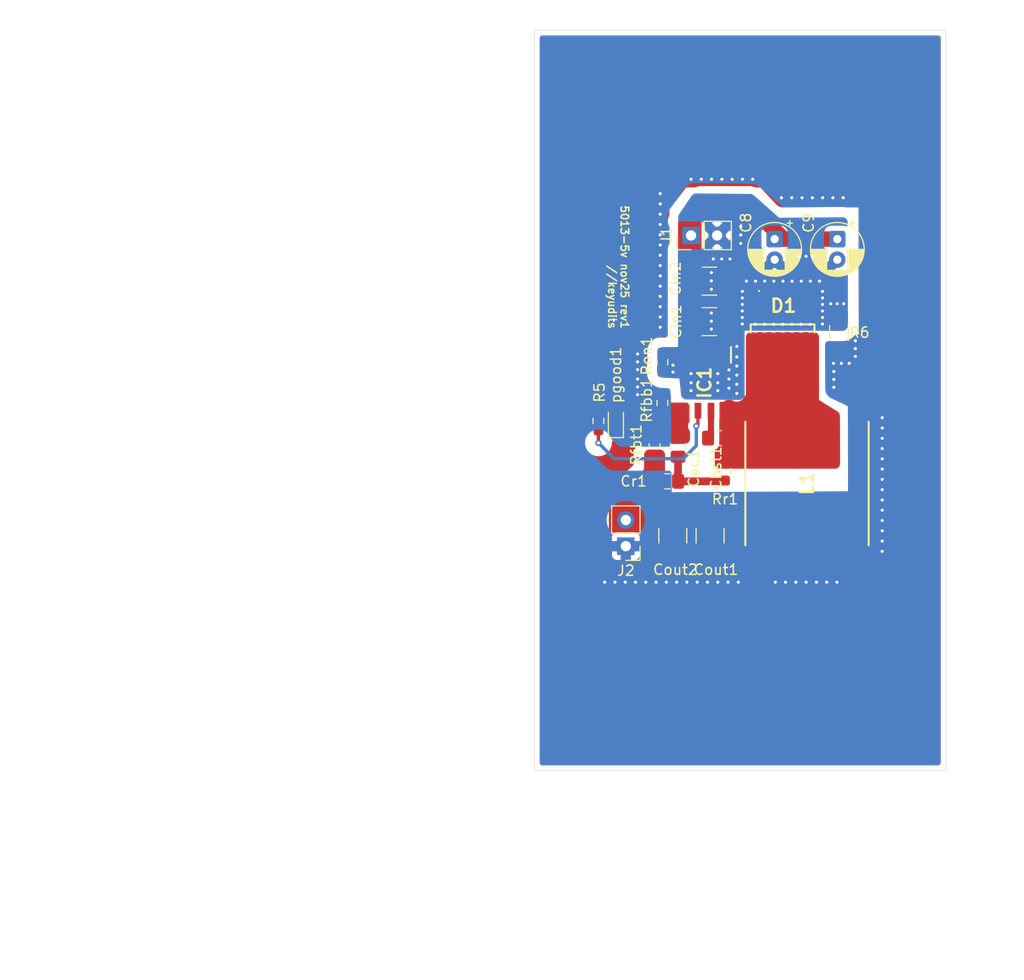
<source format=kicad_pcb>
(kicad_pcb (version 20241229) (generator "pcbnew") (generator_version "9.0")
  (layers (0 "F.Cu" signal) (2 "B.Cu" signal) (13 "F.Paste" user) (15 "B.Paste" user) (5 "F.SilkS" user "F.Silkscreen") (7 "B.SilkS" user "B.Silkscreen") (1 "F.Mask" user) (3 "B.Mask" user) (25 "Edge.Cuts" user))
  (net 0 "")
  (net 1 "Net-(Cac1-Pad1)")
  (net 2 "Net-(IC1-BST)")
  (net 3 "/Vin")
  (net 4 "/Vout")
  (net 5 "Net-(IC1-RON)")
  (net 6 "GND")
  (net 7 "Net-(IC1-PGOOD)")
  (net 8 "Net-(pgood1-A)")
  (net 9 "/sw")
  (net 10 "/fb")
  (net 11 "GND1")
  (footprint "kyuditsky_kicad:SOIC127P600X170-9N" (layer "F.Cu") (at 130.519 96.0875 -90)
    (property "Reference" "IC1" (at 0 0 90) (layer "F.SilkS") (effects (font (size 1.27 1.27) (thickness 0.254))))
    (property "Value" "LM5013DDAR" (hide yes))
    (pad "1" smd rect (at -2.712 -1.905) (size 0.65 1.525) (layers "F.Cu" "F.Mask" "F.Paste") (net 11 "GND1"))
    (pad "2" smd rect (at -2.712 -0.635) (size 0.65 1.525) (layers "F.Cu" "F.Mask" "F.Paste") (net 3 "/Vin"))
    (pad "3" smd rect (at -2.712 0.635) (size 0.65 1.525) (layers "F.Cu" "F.Mask" "F.Paste") (net 3 "/Vin"))
    (pad "4" smd rect (at -2.712 1.905) (size 0.65 1.525) (layers "F.Cu" "F.Mask" "F.Paste") (net 5 "Net-(IC1-RON)"))
    (pad "5" smd rect (at 2.712 1.905) (size 0.65 1.525) (layers "F.Cu" "F.Mask" "F.Paste") (net 10 "/fb"))
    (pad "6" smd rect (at 2.712 0.635) (size 0.65 1.525) (layers "F.Cu" "F.Mask" "F.Paste") (net 7 "Net-(IC1-PGOOD)"))
    (pad "7" smd rect (at 2.712 -0.635) (size 0.65 1.525) (layers "F.Cu" "F.Mask" "F.Paste") (net 2 "Net-(IC1-BST)"))
    (pad "8" smd rect (at 2.712 -1.905) (size 0.65 1.525) (layers "F.Cu" "F.Mask" "F.Paste") (net 9 "/sw"))
    (pad "9" smd rect (at 0 0 270) (size 2.71 3.4) (layers "F.Cu" "F.Mask" "F.Paste") (net 11 "GND1"))
  )
  (footprint "Resistor_SMD:R_0603_1608Metric_Pad0.98x0.95mm_HandSolder" (layer "F.Cu") (at 126.423 94.0875 -90)
    (property "Reference" "Ron1" (at -0.608 1.524 270) (layer "F.SilkS"))
    (property "Value" "41.2kOhm")
    (pad "1" smd roundrect (at -0.9125 0 270) (size 0.975 0.95) (layers "F.Cu" "F.Mask" "F.Paste") (net 5 "Net-(IC1-RON)"))
    (pad "2" smd roundrect (at 0.9125 0 270) (size 0.975 0.95) (layers "F.Cu" "F.Mask" "F.Paste") (net 11 "GND1"))
  )
  (footprint "Capacitor_SMD:C_1210_3225Metric_Pad1.33x2.70mm_HandSolder" (layer "F.Cu") (at 131.065 110.9675 -90)
    (property "Reference" "Cout1" (at 3.302 -0.576 0) (layer "F.SilkS"))
    (property "Value" "22uF")
    (pad "1" smd roundrect (at -1.5625 0 270) (size 1.325 2.7) (layers "F.Cu" "F.Mask" "F.Paste") (roundrect_rratio 0.188679) (net 4 "/Vout"))
    (pad "2" smd roundrect (at 1.5625 0 270) (size 1.325 2.7) (layers "F.Cu" "F.Mask" "F.Paste") (roundrect_rratio 0.188679) (net 6 "GND"))
  )
  (footprint "Resistor_SMD:R_0603_1608Metric_Pad0.98x0.95mm_HandSolder" (layer "F.Cu") (at 132.519 104.6875 -90)
    (property "Reference" "Rr1" (at 2.724 0 180) (layer "F.SilkS"))
    (property "Value" "154kOhm")
    (pad "1" smd roundrect (at -0.9125 0 270) (size 0.975 0.95) (layers "F.Cu" "F.Mask" "F.Paste") (net 9 "/sw"))
    (pad "2" smd roundrect (at 0.9125 0 270) (size 0.975 0.95) (layers "F.Cu" "F.Mask" "F.Paste") (net 1 "Net-(Cac1-Pad1)"))
  )
  (footprint "LED_SMD:LED_0603_1608Metric_Pad1.05x0.95mm_HandSolder" (layer "F.Cu") (at 121.9018 99.7625 90)
    (property "Reference" "pgood1" (at 4.431 0 90) (layer "F.SilkS"))
    (property "Value" "LED")
    (pad "1" smd roundrect (at -0.875 0 90) (size 1.05 0.95) (layers "F.Cu" "F.Mask" "F.Paste") (net 6 "GND"))
    (pad "2" smd roundrect (at 0.875 0 90) (size 1.05 0.95) (layers "F.Cu" "F.Mask" "F.Paste") (net 8 "Net-(pgood1-A)"))
  )
  (footprint "Capacitor_THT:CP_Radial_D5.0mm_P2.00mm" (layer "F.Cu") (at 143.441 82.110388 -90)
    (property "Reference" "C9" (at -1.584888 2.794 90) (layer "F.SilkS"))
    (property "Value" "C_Polarized")
    (pad "1" thru_hole roundrect (at 0 0 270) (size 1.6 1.6) (drill 0.8) (layers "*.Cu" "*.Mask") (roundrect_rratio 0.15625) (net 3 "/Vin"))
    (pad "2" thru_hole circle (at 2 0 270) (size 1.6 1.6) (drill 0.8) (layers "*.Cu" "*.Mask") (net 11 "GND1") (thermal_bridge_width 1))
  )
  (footprint "Connector_PinHeader_2.54mm:PinHeader_1x02_P2.54mm_Vertical" (layer "F.Cu") (at 129.212 81.7575 90)
    (property "Reference" "J1" (at 0 -2.38 90) (layer "F.SilkS"))
    (property "Value" "Conn_01x02_Pin")
    (pad "1" thru_hole rect (at 0 0 90) (size 1.7 1.7) (drill 1) (layers "*.Cu" "*.Mask") (net 3 "/Vin"))
    (pad "2" thru_hole circle (at 0 2.54 90) (size 1.7 1.7) (drill 1) (layers "*.Cu" "*.Mask") (net 11 "GND1") (thermal_bridge_width 1))
  )
  (footprint "Connector_PinHeader_2.54mm:PinHeader_1x02_P2.54mm_Vertical" (layer "F.Cu") (at 122.867 111.9835 180)
    (property "Reference" "J2" (at 0 -2.38 0) (layer "F.SilkS"))
    (property "Value" "Conn_01x02_Pin")
    (pad "1" thru_hole rect (at 0 0 180) (size 1.7 1.7) (drill 1) (layers "*.Cu" "*.Mask") (net 6 "GND") (thermal_bridge_width 1))
    (pad "2" thru_hole circle (at 0 2.54 180) (size 1.7 1.7) (drill 1) (layers "*.Cu" "*.Mask") (net 4 "/Vout"))
  )
  (footprint "kyuditsky_kicad:TO-252-Ae-3" (layer "F.Cu") (at 138.119 92.8055 180)
    (property "Reference" "D1" (at -0.081 4.2055 0) (layer "F.SilkS") (effects (font (size 1.27 1.27) (thickness 0.254))))
    (property "Value" "D_Schottky" (hide yes))
    (pad "1" smd rect (at 0 -1.69) (size 5.97 6.1) (layers "F.Cu" "F.Mask" "F.Paste") (net 9 "/sw"))
    (pad "2" smd rect (at -2.29 4.175 180) (size 1.4 1.9) (layers "F.Cu" "F.Mask" "F.Paste") (net 11 "GND1"))
    (pad "2" smd rect (at 2.29 4.175 180) (size 1.4 1.9) (layers "F.Cu" "F.Mask" "F.Paste") (net 11 "GND1"))
  )
  (footprint "Capacitor_SMD:C_1210_3225Metric_Pad1.33x2.70mm_HandSolder" (layer "F.Cu") (at 130.995 90.1395)
    (property "Reference" "Cin1" (at -3.2395 0 90) (layer "F.SilkS"))
    (property "Value" "2.2u")
    (pad "1" smd roundrect (at -1.5625 0) (size 1.325 2.7) (layers "F.Cu" "F.Mask" "F.Paste") (roundrect_rratio 0.188679) (net 3 "/Vin"))
    (pad "2" smd roundrect (at 1.5625 0) (size 1.325 2.7) (layers "F.Cu" "F.Mask" "F.Paste") (roundrect_rratio 0.188679) (net 11 "GND1"))
  )
  (footprint "Resistor_SMD:R_1206_3216Metric_Pad1.30x1.75mm_HandSolder" (layer "F.Cu") (at 143.6 91.25 90)
    (property "Reference" "R6" (at 0.05 2 0) (layer "F.SilkS"))
    (property "Value" "0")
    (pad "1" smd roundrect (at -1.55 0 90) (size 1.3 1.75) (layers "F.Cu" "F.Mask" "F.Paste") (roundrect_rratio 0.192308) (net 6 "GND") (thermal_bridge_width 1.5))
    (pad "2" smd roundrect (at 1.55 0 90) (size 1.3 1.75) (layers "F.Cu" "F.Mask" "F.Paste") (roundrect_rratio 0.192308) (net 11 "GND1"))
  )
  (footprint "Capacitor_SMD:C_1210_3225Metric_Pad1.33x2.70mm_HandSolder" (layer "F.Cu") (at 127.439 110.9675 -90)
    (property "Reference" "Cout2" (at 3.302 -0.254 0) (layer "F.SilkS"))
    (property "Value" "22uF")
    (pad "1" smd roundrect (at -1.5625 0 270) (size 1.325 2.7) (layers "F.Cu" "F.Mask" "F.Paste") (roundrect_rratio 0.188679) (net 4 "/Vout"))
    (pad "2" smd roundrect (at 1.5625 0 270) (size 1.325 2.7) (layers "F.Cu" "F.Mask" "F.Paste") (roundrect_rratio 0.188679) (net 6 "GND"))
  )
  (footprint "Resistor_SMD:R_0603_1608Metric_Pad0.98x0.95mm_HandSolder" (layer "F.Cu") (at 126.423 98.0515 90)
    (property "Reference" "Rfbb1" (at 0.254 -1.524 270) (layer "F.SilkS"))
    (property "Value" "49.9kOhm")
    (pad "1" smd roundrect (at -0.9125 0 90) (size 0.975 0.95) (layers "F.Cu" "F.Mask" "F.Paste") (net 10 "/fb"))
    (pad "2" smd roundrect (at 0.9125 0 90) (size 0.975 0.95) (layers "F.Cu" "F.Mask" "F.Paste") (net 6 "GND") (thermal_bridge_width 2.5))
  )
  (footprint "Capacitor_SMD:C_1210_3225Metric_Pad1.33x2.70mm_HandSolder" (layer "F.Cu") (at 130.995 86.2025)
    (property "Reference" "Cin2" (at -3.302 -0.254 90) (layer "F.SilkS"))
    (property "Value" "2.2uF")
    (pad "1" smd roundrect (at -1.5625 0) (size 1.325 2.7) (layers "F.Cu" "F.Mask" "F.Paste") (roundrect_rratio 0.188679) (net 3 "/Vin"))
    (pad "2" smd roundrect (at 1.5625 0) (size 1.325 2.7) (layers "F.Cu" "F.Mask" "F.Paste") (roundrect_rratio 0.188679) (net 11 "GND1"))
  )
  (footprint "Capacitor_SMD:C_0805_2012Metric_Pad1.18x1.45mm_HandSolder" (layer "F.Cu") (at 126.9095 105.6715 180)
    (property "Reference" "Cr1" (at 3.2805 0 0) (layer "F.SilkS"))
    (property "Value" "3.3nF")
    (pad "1" smd roundrect (at -1.0375 0 180) (size 1.175 1.45) (layers "F.Cu" "F.Mask" "F.Paste") (roundrect_rratio 0.212766) (net 1 "Net-(Cac1-Pad1)"))
    (pad "2" smd roundrect (at 1.0375 0 180) (size 1.175 1.45) (layers "F.Cu" "F.Mask" "F.Paste") (roundrect_rratio 0.212766) (net 4 "/Vout"))
  )
  (footprint "Resistor_SMD:R_0603_1608Metric_Pad0.98x0.95mm_HandSolder" (layer "F.Cu") (at 125.661 102.266 90)
    (property "Reference" "Rfbt1" (at 0.1505 -1.778 270) (layer "F.SilkS"))
    (property "Value" "158kOhm")
    (pad "1" smd roundrect (at -0.9125 0 90) (size 0.975 0.95) (layers "F.Cu" "F.Mask" "F.Paste") (net 4 "/Vout"))
    (pad "2" smd roundrect (at 0.9125 0 90) (size 0.975 0.95) (layers "F.Cu" "F.Mask" "F.Paste") (net 10 "/fb"))
  )
  (footprint "Capacitor_SMD:C_0805_2012Metric_Pad1.18x1.45mm_HandSolder" (layer "F.Cu") (at 131.9094 101.4679 180)
    (property "Reference" "Cbst1" (at 0.254 -2.914 90) (layer "F.SilkS"))
    (property "Value" "2.2nF 50v X7R")
    (pad "1" smd roundrect (at -1.0375 0 180) (size 1.175 1.45) (layers "F.Cu" "F.Mask" "F.Paste") (roundrect_rratio 0.212766) (net 9 "/sw"))
    (pad "2" smd roundrect (at 1.0375 0 180) (size 1.175 1.45) (layers "F.Cu" "F.Mask" "F.Paste") (roundrect_rratio 0.212766) (net 2 "Net-(IC1-BST)"))
  )
  (footprint "kyuditsky_kicad:INDPM120120X1020N" (layer "F.Cu") (at 140.4946 105.8875 -90)
    (property "Reference" "L1" (at 0 0 90) (layer "F.SilkS") (effects (font (size 1.27 1.27) (thickness 0.254))))
    (property "Value" "22uH" (hide yes))
    (pad "1" smd rect (at -4.85 0 270) (size 3.65 5.1) (layers "F.Cu" "F.Mask" "F.Paste") (net 9 "/sw"))
    (pad "2" smd rect (at 4.85 0 270) (size 3.65 5.1) (layers "F.Cu" "F.Mask" "F.Paste") (net 4 "/Vout"))
  )
  (footprint "Resistor_SMD:R_0603_1608Metric_Pad0.98x0.95mm_HandSolder" (layer "F.Cu") (at 120.2 99.8 -90)
    (property "Reference" "R5" (at -2.7667 -0.1016 90) (layer "F.SilkS"))
    (property "Value" "2.2k")
    (pad "1" smd roundrect (at -0.9125 0 270) (size 0.975 0.95) (layers "F.Cu" "F.Mask" "F.Paste") (net 8 "Net-(pgood1-A)"))
    (pad "2" smd roundrect (at 0.9125 0 270) (size 0.975 0.95) (layers "F.Cu" "F.Mask" "F.Paste") (net 7 "Net-(IC1-PGOOD)"))
  )
  (footprint "Capacitor_SMD:C_0805_2012Metric_Pad1.18x1.45mm_HandSolder" (layer "F.Cu") (at 127.947 102.2425 90)
    (property "Reference" "Cac1" (at -2.159 1.524 270) (layer "F.SilkS"))
    (property "Value" "100pF")
    (pad "1" smd roundrect (at -1.0375 0 90) (size 1.175 1.45) (layers "F.Cu" "F.Mask" "F.Paste") (roundrect_rratio 0.212766) (net 1 "Net-(Cac1-Pad1)"))
    (pad "2" smd roundrect (at 1.0375 0 90) (size 1.175 1.45) (layers "F.Cu" "F.Mask" "F.Paste") (roundrect_rratio 0.212766) (net 10 "/fb"))
  )
  (footprint "Capacitor_THT:CP_Radial_D5.0mm_P2.00mm" (layer "F.Cu") (at 137.345 82.110387 -90)
    (property "Reference" "C8" (at -1.584887 2.794 90) (layer "F.SilkS"))
    (property "Value" "C_Polarized")
    (pad "1" thru_hole roundrect (at 0 0 270) (size 1.6 1.6) (drill 0.8) (layers "*.Cu" "*.Mask") (roundrect_rratio 0.15625) (net 3 "/Vin"))
    (pad "2" thru_hole circle (at 2 0 270) (size 1.6 1.6) (drill 0.8) (layers "*.Cu" "*.Mask") (net 11 "GND1") (thermal_bridge_width 1))
  )
  (gr_rect (start 114 61.8) (end 154 133.8) (stroke (width 0.05)) (fill no) (layer "Edge.Cuts"))
  (gr_text "5013-5v nov25 rev1\n//keyudits" (at 121.1 90.91 270) (layer "F.SilkS") (effects (font (size 0.75 0.75) (thickness 0.15) (bold yes)) (justify right bottom)))
  (segment (start 132.4475 105.6715) (end 132.519 105.6) (width 0.75) (layer "F.Cu") (net 1))
  (segment (start 127.947 103.28) (end 127.947 105.6715) (width 0.75) (layer "F.Cu") (net 1))
  (segment (start 127.947 105.6715) (end 132.4475 105.6715) (width 0.75) (layer "F.Cu") (net 1))
  (segment (start 131.154 98.7995) (end 131.154 101.1858) (width 0.6) (layer "F.Cu") (net 2))
  (segment (start 131.154 101.1858) (end 130.8719 101.4679) (width 0.6) (layer "F.Cu") (net 2))
  (segment (start 134.805 78.7095) (end 130.233 78.7095) (width 1.5) (layer "F.Cu") (net 3))
  (segment (start 129.212 79.7305) (end 130.233 78.7095) (width 1.5) (layer "F.Cu") (net 3))
  (segment (start 136.71 80.6145) (end 134.805 78.7095) (width 1.5) (layer "F.Cu") (net 3))
  (segment (start 138.107 82.0115) (end 138.107 82.110387) (width 1.5) (layer "F.Cu") (net 3))
  (segment (start 136.71 80.6145) (end 138.107 82.0115) (width 1.5) (layer "F.Cu") (net 3))
  (segment (start 143.441 82.110388) (end 138.107 82.110387) (width 1.5) (layer "F.Cu") (net 3))
  (segment (start 138.107 82.110387) (end 137.345 82.110387) (width 1.5) (layer "F.Cu") (net 3))
  (segment (start 137.345 81.2495) (end 137.345 81.348387) (width 1.5) (layer "F.Cu") (net 3))
  (segment (start 137.345 81.2495) (end 136.71 80.6145) (width 1.5) (layer "F.Cu") (net 3))
  (segment (start 129.212 81.7575) (end 129.212 79.7305) (width 1.5) (layer "F.Cu") (net 3))
  (segment (start 137.345 82.110387) (end 137.345 81.2495) (width 1.5) (layer "F.Cu") (net 3))
  (segment (start 137.345 81.348387) (end 138.107 82.110387) (width 1.5) (layer "F.Cu") (net 3))
  (segment (start 128.4135 93.175) (end 128.614 93.3755) (width 0.6) (layer "F.Cu") (net 5))
  (segment (start 126.423 93.175) (end 128.4135 93.175) (width 0.6) (layer "F.Cu") (net 5))
  (segment (start 126.423 97.139) (end 124.6625 97.139) (width 0.75) (layer "F.Cu") (net 6))
  (segment (start 124.6625 97.139) (end 124.011 96.4875) (width 0.75) (layer "F.Cu") (net 6))
  (via (at 126.211 85.6875) (size 0.6) (drill 0.3) (layers "F.Cu" "B.Cu") (net 6))
  (via (at 126.211 89.6875) (size 0.6) (drill 0.3) (layers "F.Cu" "B.Cu") (net 6))
  (via (at 124.011 94.8115) (size 0.6) (drill 0.3) (layers "F.Cu" "B.Cu") (net 6))
  (via (at 133.211 76.2875) (size 0.6) (drill 0.3) (layers "F.Cu" "B.Cu") (net 6))
  (via (at 124.011 93.2875) (size 0.6) (drill 0.3) (layers "F.Cu" "B.Cu") (net 6))
  (via (at 144.011 78.0875) (size 0.6) (drill 0.3) (layers "F.Cu" "B.Cu") (net 6))
  (via (at 126.211 79.6875) (size 0.6) (drill 0.3) (layers "F.Cu" "B.Cu") (net 6))
  (via (at 126.211 80.6875) (size 0.6) (drill 0.3) (layers "F.Cu" "B.Cu") (net 6))
  (via (at 143.411 115.4875) (size 0.6) (drill 0.3) (layers "F.Cu" "B.Cu") (net 6))
  (via (at 126.811 115.4875) (size 0.6) (drill 0.3) (layers "F.Cu" "B.Cu") (net 6))
  (via (at 143.838 94.2) (size 0.6) (drill 0.3) (layers "F.Cu" "B.Cu") (net 6))
  (via (at 143.1 95.762) (size 0.6) (drill 0.3) (layers "F.Cu" "B.Cu") (net 6))
  (via (at 139.011 78.0875) (size 0.6) (drill 0.3) (layers "F.Cu" "B.Cu") (net 6))
  (via (at 126.211 78.6875) (size 0.6) (drill 0.3) (layers "F.Cu" "B.Cu") (net 6))
  (via (at 147.811 112.4875) (size 0.6) (drill 0.3) (layers "F.Cu" "B.Cu") (net 6))
  (via (at 124.011 95.7255) (size 0.6) (drill 0.3) (layers "F.Cu" "B.Cu") (net 6))
  (via (at 133.811 115.4875) (size 0.6) (drill 0.3) (layers "F.Cu" "B.Cu") (net 6))
  (via (at 130.211 76.2875) (size 0.6) (drill 0.3) (layers "F.Cu" "B.Cu") (net 6))
  (via (at 140.411 115.4875) (size 0.6) (drill 0.3) (layers "F.Cu" "B.Cu") (net 6))
  (via (at 123.811 115.4875) (size 0.6) (drill 0.3) (layers "F.Cu" "B.Cu") (net 6))
  (via (at 132.811 115.4875) (size 0.6) (drill 0.3) (layers "F.Cu" "B.Cu") (net 6))
  (via (at 147.811 107.4875) (size 0.6) (drill 0.3) (layers "F.Cu" "B.Cu") (net 6))
  (via (at 126.211 84.6875) (size 0.6) (drill 0.3) (layers "F.Cu" "B.Cu") (net 6))
  (via (at 147.811 105.4875) (size 0.6) (drill 0.3) (layers "F.Cu" "B.Cu") (net 6))
  (via (at 132.211 76.2875) (size 0.6) (drill 0.3) (layers "F.Cu" "B.Cu") (net 6))
  (via (at 126.211 90.6875) (size 0.6) (drill 0.3) (layers "F.Cu" "B.Cu") (net 6))
  (via (at 126.211 82.6875) (size 0.6) (drill 0.3) (layers "F.Cu" "B.Cu") (net 6))
  (via (at 131.811 115.4875) (size 0.6) (drill 0.3) (layers "F.Cu" "B.Cu") (net 6))
  (via (at 147.811 111.4875) (size 0.6) (drill 0.3) (layers "F.Cu" "B.Cu") (net 6))
  (via (at 124.011 94.0495) (size 0.6) (drill 0.3) (layers "F.Cu" "B.Cu") (net 6))
  (via (at 126.211 77.6875) (size 0.6) (drill 0.3) (layers "F.Cu" "B.Cu") (net 6))
  (via (at 147.811 108.4875) (size 0.6) (drill 0.3) (layers "F.Cu" "B.Cu") (net 6))
  (via (at 145.2 92.762) (size 0.6) (drill 0.3) (layers "F.Cu" "B.Cu") (net 6))
  (via (at 128.811 115.4875) (size 0.6) (drill 0.3) (layers "F.Cu" "B.Cu") (net 6))
  (via (at 124.011 96.4875) (size 0.6) (drill 0.3) (layers "F.Cu" "B.Cu") (net 6))
  (via (at 126.211 88.6875) (size 0.6) (drill 0.3) (layers "F.Cu" "B.Cu") (net 6))
  (via (at 142.011 78.0875) (size 0.6) (drill 0.3) (layers "F.Cu" "B.Cu") (net 6))
  (via (at 147.811 100.4875) (size 0.6) (drill 0.3) (layers "F.Cu" "B.Cu") (net 6))
  (via (at 143.1 95) (size 0.6) (drill 0.3) (layers "F.Cu" "B.Cu") (net 6))
  (via (at 141.011 78.0875) (size 0.6) (drill 0.3) (layers "F.Cu" "B.Cu") (net 6))
  (via (at 131.211 76.2875) (size 0.6) (drill 0.3) (layers "F.Cu" "B.Cu") (net 6))
  (via (at 125.811 115.4875) (size 0.6) (drill 0.3) (layers "F.Cu" "B.Cu") (net 6))
  (via (at 129.811 115.4875) (size 0.6) (drill 0.3) (layers "F.Cu" "B.Cu") (net 6))
  (via (at 134.211 76.2875) (size 0.6) (drill 0.3) (layers "F.Cu" "B.Cu") (net 6))
  (via (at 147.811 109.4875) (size 0.6) (drill 0.3) (layers "F.Cu" "B.Cu") (net 6))
  (via (at 147.811 102.4875) (size 0.6) (drill 0.3) (layers "F.Cu" "B.Cu") (net 6))
  (via (at 138.411 115.4875) (size 0.6) (drill 0.3) (layers "F.Cu" "B.Cu") (net 6))
  (via (at 143.076 94.2) (size 0.6) (drill 0.3) (layers "F.Cu" "B.Cu") (net 6))
  (via (at 147.811 110.4875) (size 0.6) (drill 0.3) (layers "F.Cu" "B.Cu") (net 6))
  (via (at 145.2 92) (size 0.6) (drill 0.3) (layers "F.Cu" "B.Cu") (net 6))
  (via (at 135.211 76.2875) (size 0.6) (drill 0.3) (layers "F.Cu" "B.Cu") (net 6))
  (via (at 129.211 76.2875) (size 0.6) (drill 0.3) (layers "F.Cu" "B.Cu") (net 6))
  (via (at 127.811 115.4875) (size 0.6) (drill 0.3) (layers "F.Cu" "B.Cu") (net 6))
  (via (at 144.6 94.2) (size 0.6) (drill 0.3) (layers "F.Cu" "B.Cu") (net 6))
  (via (at 121.811 115.4875) (size 0.6) (drill 0.3) (layers "F.Cu" "B.Cu") (net 6))
  (via (at 142.411 115.4875) (size 0.6) (drill 0.3) (layers "F.Cu" "B.Cu") (net 6))
  (via (at 124.011 97.2495) (size 0.6) (drill 0.3) (layers "F.Cu" "B.Cu") (net 6))
  (via (at 122.811 115.4875) (size 0.6) (drill 0.3) (layers "F.Cu" "B.Cu") (net 6))
  (via (at 126.211 86.6875) (size 0.6) (drill 0.3) (layers "F.Cu" "B.Cu") (net 6))
  (via (at 143.1 96.524) (size 0.6) (drill 0.3) (layers "F.Cu" "B.Cu") (net 6))
  (via (at 137.411 115.4875) (size 0.6) (drill 0.3) (layers "F.Cu" "B.Cu") (net 6))
  (via (at 126.211 87.6875) (size 0.6) (drill 0.3) (layers "F.Cu" "B.Cu") (net 6))
  (via (at 141.411 115.4875) (size 0.6) (drill 0.3) (layers "F.Cu" "B.Cu") (net 6))
  (via (at 139.411 115.4875) (size 0.6) (drill 0.3) (layers "F.Cu" "B.Cu") (net 6))
  (via (at 126.211 81.6875) (size 0.6) (drill 0.3) (layers "F.Cu" "B.Cu") (net 6))
  (via (at 143.011 78.0875) (size 0.6) (drill 0.3) (layers "F.Cu" "B.Cu") (net 6))
  (via (at 147.811 106.4875) (size 0.6) (drill 0.3) (layers "F.Cu" "B.Cu") (net 6))
  (via (at 147.811 104.4875) (size 0.6) (drill 0.3) (layers "F.Cu" "B.Cu") (net 6))
  (via (at 147.811 103.4875) (size 0.6) (drill 0.3) (layers "F.Cu" "B.Cu") (net 6))
  (via (at 147.811 101.4875) (size 0.6) (drill 0.3) (layers "F.Cu" "B.Cu") (net 6))
  (via (at 140.011 78.0875) (size 0.6) (drill 0.3) (layers "F.Cu" "B.Cu") (net 6))
  (via (at 124.811 115.4875) (size 0.6) (drill 0.3) (layers "F.Cu" "B.Cu") (net 6))
  (via (at 130.811 115.4875) (size 0.6) (drill 0.3) (layers "F.Cu" "B.Cu") (net 6))
  (via (at 147.811 99.4875) (size 0.6) (drill 0.3) (layers "F.Cu" "B.Cu") (net 6))
  (via (at 120.811 115.4875) (size 0.6) (drill 0.3) (layers "F.Cu" "B.Cu") (net 6))
  (via (at 138.011 78.0875) (size 0.6) (drill 0.3) (layers "F.Cu" "B.Cu") (net 6))
  (via (at 145.2 93.524) (size 0.6) (drill 0.3) (layers "F.Cu" "B.Cu") (net 6))
  (via (at 126.211 83.6875) (size 0.6) (drill 0.3) (layers "F.Cu" "B.Cu") (net 6))
  (segment (start 129.884 98.7995) (end 129.884 100.1405) (width 0.325) (layer "F.Cu") (net 7))
  (segment (start 129.884 100.1405) (end 129.725 100.2995) (width 0.325) (layer "F.Cu") (net 7))
  (segment (start 120.2 100.7125) (end 120.2 101.9355) (width 0.325) (layer "F.Cu") (net 7))
  (via (at 129.725 100.2995) (size 0.6) (drill 0.3) (layers "F.Cu" "B.Cu") (net 7))
  (via (at 120.2 101.9355) (size 0.6) (drill 0.3) (layers "F.Cu" "B.Cu") (net 7))
  (segment (start 129.725 102.2045) (end 129.725 100.2995) (width 0.325) (layer "B.Cu") (net 7))
  (segment (start 128.455 103.4745) (end 129.725 102.2045) (width 0.325) (layer "B.Cu") (net 7))
  (segment (start 120.2 101.9355) (end 121.739 103.4745) (width 0.325) (layer "B.Cu") (net 7))
  (segment (start 121.739 103.4745) (end 128.455 103.4745) (width 0.325) (layer "B.Cu") (net 7))
  (segment (start 120.2 98.8875) (end 121.9018 98.8875) (width 0.325) (layer "F.Cu") (net 8))
  (via (at 131.19 89.3) (size 0.6) (drill 0.3) (layers "F.Cu" "B.Cu") (net 11))
  (via (at 134.05 82.53) (size 0.6) (drill 0.3) (layers "F.Cu" "B.Cu") (net 11))
  (via (at 133.662 92.5525) (size 0.6) (drill 0.3) (layers "F.Cu" "B.Cu") (net 11))
  (via (at 129.211 96.8495) (size 0.6) (drill 0.3) (layers "F.Cu" "B.Cu") (net 11))
  (via (at 134.2 89.74) (size 0.6) (drill 0.3) (layers "F.Cu" "B.Cu") (net 11))
  (via (at 134.2 90.375) (size 0.6) (drill 0.3) (layers "F.Cu" "B.Cu") (net 11))
  (via (at 141.712 86.2025) (size 0.6) (drill 0.3) (layers "F.Cu" "B.Cu") (net 11))
  (via (at 132.2 84.0435) (size 0.6) (drill 0.3) (layers "F.Cu" "B.Cu") (net 11))
  (via (at 127.46 94.38) (size 0.6) (drill 0.3) (layers "F.Cu" "B.Cu") (net 11))
  (via (at 139.765 83.78) (size 0.6) (drill 0.3) (layers "F.Cu" "B.Cu") (net 11))
  (via (at 131.19 90.1) (size 0.6) (drill 0.3) (layers "F.Cu" "B.Cu") (net 11))
  (via (at 142 88.47) (size 0.6) (drill 0.3) (layers "F.Cu" "B.Cu") (net 11))
  (via (at 136.378 86.2025) (size 0.6) (drill 0.3) (layers "F.Cu" "B.Cu") (net 11))
  (via (at 134.2 89.105) (size 0.6) (drill 0.3) (layers "F.Cu" "B.Cu") (net 11))
  (via (at 142 87.835) (size 0.6) (drill 0.3) (layers "F.Cu" "B.Cu") (net 11))
  (via (at 134.05 80.906) (size 0.6) (drill 0.3) (layers "F.Cu" "B.Cu") (net 11))
  (via (at 131.19 86.176) (size 0.6) (drill 0.3) (layers "F.Cu" "B.Cu") (net 11))
  (via (at 142 89.105) (size 0.6) (drill 0.3) (layers "F.Cu" "B.Cu") (net 11))
  (via (at 129.211 95.1985) (size 0.6) (drill 0.3) (layers "F.Cu" "B.Cu") (net 11))
  (via (at 131.376 84.0435) (size 0.6) (drill 0.3) (layers "F.Cu" "B.Cu") (net 11))
  (via (at 139.025 90.4055) (size 0.6) (drill 0.3) (layers "F.Cu" "B.Cu") (net 11))
  (via (at 134.6 86.2025) (size 0.6) (drill 0.3) (layers "F.Cu" "B.Cu") (net 11))
  (via (at 142 90.375) (size 0.6) (drill 0.3) (layers "F.Cu" "B.Cu") (net 11))
  (via (at 131.19 90.87) (size 0.6) (drill 0.3) (layers "F.Cu" "B.Cu") (net 11))
  (via (at 140.4 83.78) (size 0.6) (drill 0.3) (layers "F.Cu" "B.Cu") (net 11))
  (via (at 139.934 86.2025) (size 0.6) (drill 0.3) (layers "F.Cu" "B.Cu") (net 11))
  (via (at 139.045 86.2025) (size 0.6) (drill 0.3) (layers "F.Cu" "B.Cu") (net 11))
  (via (at 143.435 88.4) (size 0.6) (drill 0.3) (layers "F.Cu" "B.Cu") (net 11))
  (via (at 129.211 96.0875) (size 0.6) (drill 0.3) (layers "F.Cu" "B.Cu") (net 11))
  (via (at 132.9 94.8385) (size 0.6) (drill 0.3) (layers "F.Cu" "B.Cu") (net 11))
  (via (at 134.2 87.2) (size 0.6) (drill 0.3) (layers "F.Cu" "B.Cu") (net 11))
  (via (at 133.662 97.1245) (size 0.6) (drill 0.3) (layers "F.Cu" "B.Cu") (net 11))
  (via (at 133.662 93.5685) (size 0.6) (drill 0.3) (layers "F.Cu" "B.Cu") (net 11))
  (via (at 131.19 85.376) (size 0.6) (drill 0.3) (layers "F.Cu" "B.Cu") (net 11))
  (via (at 142 89.74) (size 0.6) (drill 0.3) (layers "F.Cu" "B.Cu") (net 11))
  (via (at 134.05 81.706) (size 0.6) (drill 0.3) (layers "F.Cu" "B.Cu") (net 11))
  (via (at 132.9 96.6165) (size 0.6) (drill 0.3) (layers "F.Cu" "B.Cu") (net 11))
  (via (at 133.662 96.2355) (size 0.6) (drill 0.3) (layers "F.Cu" "B.Cu") (net 11))
  (via (at 140.823 86.2025) (size 0.6) (drill 0.3) (layers "F.Cu" "B.Cu") (net 11))
  (via (at 135.489 86.2025) (size 0.6) (drill 0.3) (layers "F.Cu" "B.Cu") (net 11))
  (via (at 127.46 95.05) (size 0.6) (drill 0.3) (layers "F.Cu" "B.Cu") (net 11))
  (via (at 138.156 86.2025) (size 0.6) (drill 0.3) (layers "F.Cu" "B.Cu") (net 11))
  (via (at 139.914 90.4055) (size 0.6) (drill 0.3) (layers "F.Cu" "B.Cu") (net 11))
  (via (at 131.811 96.8495) (size 0.6) (drill 0.3) (layers "F.Cu" "B.Cu") (net 11))
  (via (at 141.035 83.78) (size 0.6) (drill 0.3) (layers "F.Cu" "B.Cu") (net 11))
  (via (at 140.803 90.4055) (size 0.6) (drill 0.3) (layers "F.Cu" "B.Cu") (net 11))
  (via (at 134.2 87.835) (size 0.6) (drill 0.3) (layers "F.Cu" "B.Cu") (net 11))
  (via (at 132.9 95.7275) (size 0.6) (drill 0.3) (layers "F.Cu" "B.Cu") (net 11))
  (via (at 136.358 90.4055) (size 0.6) (drill 0.3) (layers "F.Cu" "B.Cu") (net 11))
  (via (at 138.136 90.4055) (size 0.6) (drill 0.3) (layers "F.Cu" "B.Cu") (net 11))
  (via (at 135.469 90.4055) (size 0.6) (drill 0.3) (layers "F.Cu" "B.Cu") (net 11))
  (via (at 137.267 86.2025) (size 0.6) (drill 0.3) (layers "F.Cu" "B.Cu") (net 11))
  (via (at 142.8 88.4) (size 0.6) (drill 0.3) (layers "F.Cu" "B.Cu") (net 11))
  (via (at 131.19 87) (size 0.6) (drill 0.3) (layers "F.Cu" "B.Cu") (net 11))
  (via (at 133.662 95.3465) (size 0.6) (drill 0.3) (layers "F.Cu" "B.Cu") (net 11))
  (via (at 142 87.2) (size 0.6) (drill 0.3) (layers "F.Cu" "B.Cu") (net 11))
  (via (at 133 84.0435) (size 0.6) (drill 0.3) (layers "F.Cu" "B.Cu") (net 11))
  (via (at 131.811 95.1985) (size 0.6) (drill 0.3) (layers "F.Cu" "B.Cu") (net 11))
  (via (at 133.662 94.4575) (size 0.6) (drill 0.3) (layers "F.Cu" "B.Cu") (net 11))
  (via (at 134.2 88.47) (size 0.6) (drill 0.3) (layers "F.Cu" "B.Cu") (net 11))
  (via (at 144.07 88.4) (size 0.6) (drill 0.3) (layers "F.Cu" "B.Cu") (net 11))
  (via (at 137.247 90.4055) (size 0.6) (drill 0.3) (layers "F.Cu" "B.Cu") (net 11))
  (via (at 131.811 96.0875) (size 0.6) (drill 0.3) (layers "F.Cu" "B.Cu") (net 11))
  (zone (net 10) (net_name "/fb") (layer "F.Cu") (priority 3) (connect_pads yes (clearance 0.5)) (min_thickness 0.25) (fill yes (thermal_gap 0.5) (thermal_bridge_width 0.5) (smoothing fillet) (radius 0.5))
    (polygon (pts (xy 129.1154 98.0135) (xy 129.1154 102.0267) (xy 125.0514 102.0628) (xy 125.0514 100.4519) (xy 125.6102 99.9947) (xy 125.6102 98.0135)))
  )
  (zone (net 9) (net_name "/sw") (layer "F.Cu") (priority 2) (connect_pads yes (clearance 0.5)) (min_thickness 0.25) (fill yes (thermal_gap 0.5) (thermal_bridge_width 0.5) (smoothing fillet) (radius 0.5))
    (polygon (pts (xy 131.757 97.7595) (xy 134.043 97.7595) (xy 134.551 97.2515) (xy 134.551 91.1555) (xy 141.663 91.1555) (xy 141.663 97.7595) (xy 143.695 99.0295) (xy 143.715 104.4515) (xy 131.523 104.4515) (xy 131.503 100.2995)))
  )
  (zone (net 4) (net_name "/Vout") (layer "F.Cu") (priority 4) (connect_pads yes (clearance 0.5)) (min_thickness 0.25) (fill yes (thermal_gap 0.5) (thermal_bridge_width 0.5) (smoothing fillet) (radius 0.5))
    (polygon (pts (xy 126.677 102.5855) (xy 124.645 102.5855) (xy 124.645 104.4905) (xy 121.216 107.7925) (xy 121.216 110.8405) (xy 132.9 110.8405) (xy 137.726 112.9995) (xy 143.951 112.9895) (xy 143.931 107.7445) (xy 137.833 107.7545) (xy 134.424 106.9035) (xy 126.677 106.9035)))
  )
  (zone (net 3) (net_name "/Vin") (layer "F.Cu") (priority 1) (connect_pads yes (clearance 0.35)) (min_thickness 0.25) (fill yes (thermal_gap 0.5) (thermal_bridge_width 0.5) (smoothing fillet) (radius 0.5))
    (polygon (pts (xy 130.204 83.6525) (xy 130.233 83.2815) (xy 130.233 79.9795) (xy 127.947 79.9795) (xy 127.947 91.6635) (xy 129.217 92.4255) (xy 129.217 94.2035) (xy 132.011 94.2035) (xy 132.011 92.4255) (xy 130.204 91.2725)))
  )
  (zone (net 6) (net_name "GND") (layers "F.Cu" "B.Cu") (connect_pads (clearance 1)) (min_thickness 0.5) (fill yes (thermal_gap 0.5) (thermal_bridge_width 0.5) (smoothing fillet) (radius 1))
    (polygon (pts (xy 157.09 59.06) (xy 161.615 135.9935) (xy 108.783 135.9935) (xy 108.729 58.8505)))
    (polygon (pts (xy 137.81 79.06) (xy 135.94 77.09) (xy 128.739662 77.090365) (xy 127.11 79.2295) (xy 127.33 106.73) (xy 144.49 106.64) (xy 144.47 98.36) (xy 142.265884 97.320051) (xy 142.245066 91.559873) (xy 145.54 91.42) (xy 145.5 79.02)))
  )
  (zone (net 11) (net_name "GND1") (layers "F.Cu" "B.Cu") (connect_pads yes (clearance 0.5)) (min_thickness 0.25) (fill yes (thermal_gap 0.5) (thermal_bridge_width 0.5) (smoothing fillet) (radius 0.5))
    (polygon (pts (xy 137.78 80.03) (xy 135.17 77.72) (xy 129.43 77.66) (xy 127.967 79.8095) (xy 127.94 81.8675) (xy 127.947 92.61) (xy 125.92 92.62) (xy 125.92 95.56) (xy 128.09 95.66) (xy 128.295 97.7095) (xy 134.424 97.7595) (xy 134.424 91.0285) (xy 144.457 91.0285) (xy 144.457 79.9795)))
  )
)
</source>
